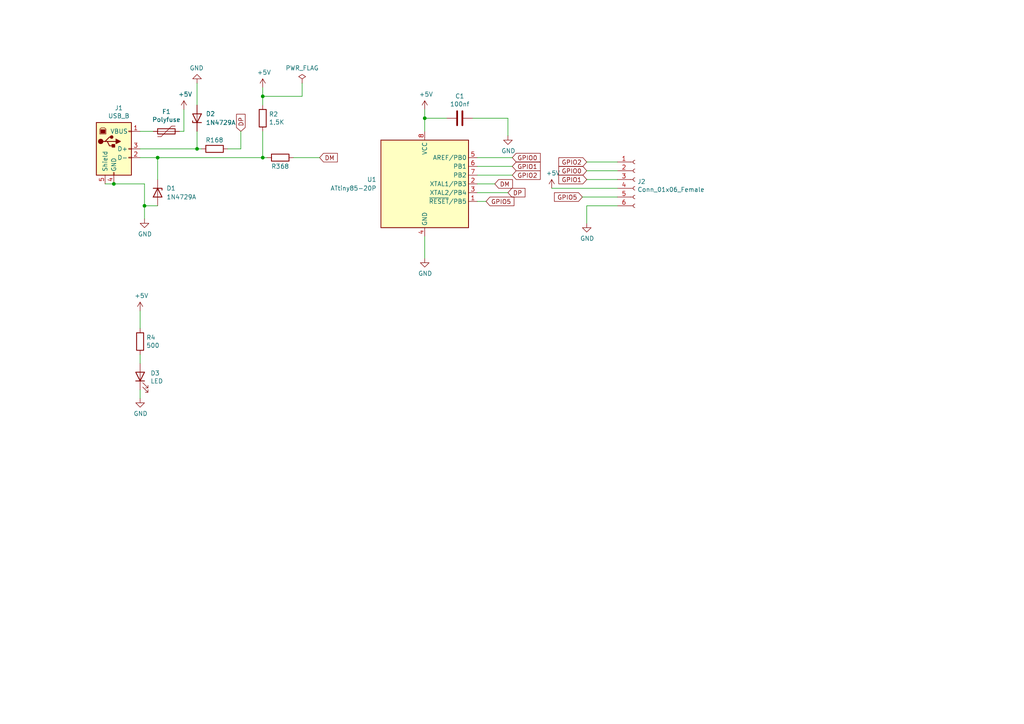
<source format=kicad_sch>
(kicad_sch (version 20211123) (generator eeschema)

  (uuid bdc7face-9f7c-4701-80bb-4cc144448db1)

  (paper "A4")

  (title_block
    (title "ZINO ATTINY ")
    (date "2022-08-27")
    (rev "1.1")
    (company "IACUBEE")
    (comment 1 "Designed by Pr Belkacem BENADDA")
    (comment 2 "Through Hole componnents")
    (comment 3 "Attiny85 Arduino compatible Board")
  )

  (lib_symbols
    (symbol "Connector:Conn_01x06_Female" (pin_names (offset 1.016) hide) (in_bom yes) (on_board yes)
      (property "Reference" "J" (id 0) (at 0 7.62 0)
        (effects (font (size 1.27 1.27)))
      )
      (property "Value" "Conn_01x06_Female" (id 1) (at 0 -10.16 0)
        (effects (font (size 1.27 1.27)))
      )
      (property "Footprint" "" (id 2) (at 0 0 0)
        (effects (font (size 1.27 1.27)) hide)
      )
      (property "Datasheet" "~" (id 3) (at 0 0 0)
        (effects (font (size 1.27 1.27)) hide)
      )
      (property "ki_keywords" "connector" (id 4) (at 0 0 0)
        (effects (font (size 1.27 1.27)) hide)
      )
      (property "ki_description" "Generic connector, single row, 01x06, script generated (kicad-library-utils/schlib/autogen/connector/)" (id 5) (at 0 0 0)
        (effects (font (size 1.27 1.27)) hide)
      )
      (property "ki_fp_filters" "Connector*:*_1x??_*" (id 6) (at 0 0 0)
        (effects (font (size 1.27 1.27)) hide)
      )
      (symbol "Conn_01x06_Female_1_1"
        (arc (start 0 -7.112) (mid -0.508 -7.62) (end 0 -8.128)
          (stroke (width 0.1524) (type default) (color 0 0 0 0))
          (fill (type none))
        )
        (arc (start 0 -4.572) (mid -0.508 -5.08) (end 0 -5.588)
          (stroke (width 0.1524) (type default) (color 0 0 0 0))
          (fill (type none))
        )
        (arc (start 0 -2.032) (mid -0.508 -2.54) (end 0 -3.048)
          (stroke (width 0.1524) (type default) (color 0 0 0 0))
          (fill (type none))
        )
        (polyline
          (pts
            (xy -1.27 -7.62)
            (xy -0.508 -7.62)
          )
          (stroke (width 0.1524) (type default) (color 0 0 0 0))
          (fill (type none))
        )
        (polyline
          (pts
            (xy -1.27 -5.08)
            (xy -0.508 -5.08)
          )
          (stroke (width 0.1524) (type default) (color 0 0 0 0))
          (fill (type none))
        )
        (polyline
          (pts
            (xy -1.27 -2.54)
            (xy -0.508 -2.54)
          )
          (stroke (width 0.1524) (type default) (color 0 0 0 0))
          (fill (type none))
        )
        (polyline
          (pts
            (xy -1.27 0)
            (xy -0.508 0)
          )
          (stroke (width 0.1524) (type default) (color 0 0 0 0))
          (fill (type none))
        )
        (polyline
          (pts
            (xy -1.27 2.54)
            (xy -0.508 2.54)
          )
          (stroke (width 0.1524) (type default) (color 0 0 0 0))
          (fill (type none))
        )
        (polyline
          (pts
            (xy -1.27 5.08)
            (xy -0.508 5.08)
          )
          (stroke (width 0.1524) (type default) (color 0 0 0 0))
          (fill (type none))
        )
        (arc (start 0 0.508) (mid -0.508 0) (end 0 -0.508)
          (stroke (width 0.1524) (type default) (color 0 0 0 0))
          (fill (type none))
        )
        (arc (start 0 3.048) (mid -0.508 2.54) (end 0 2.032)
          (stroke (width 0.1524) (type default) (color 0 0 0 0))
          (fill (type none))
        )
        (arc (start 0 5.588) (mid -0.508 5.08) (end 0 4.572)
          (stroke (width 0.1524) (type default) (color 0 0 0 0))
          (fill (type none))
        )
        (pin passive line (at -5.08 5.08 0) (length 3.81)
          (name "Pin_1" (effects (font (size 1.27 1.27))))
          (number "1" (effects (font (size 1.27 1.27))))
        )
        (pin passive line (at -5.08 2.54 0) (length 3.81)
          (name "Pin_2" (effects (font (size 1.27 1.27))))
          (number "2" (effects (font (size 1.27 1.27))))
        )
        (pin passive line (at -5.08 0 0) (length 3.81)
          (name "Pin_3" (effects (font (size 1.27 1.27))))
          (number "3" (effects (font (size 1.27 1.27))))
        )
        (pin passive line (at -5.08 -2.54 0) (length 3.81)
          (name "Pin_4" (effects (font (size 1.27 1.27))))
          (number "4" (effects (font (size 1.27 1.27))))
        )
        (pin passive line (at -5.08 -5.08 0) (length 3.81)
          (name "Pin_5" (effects (font (size 1.27 1.27))))
          (number "5" (effects (font (size 1.27 1.27))))
        )
        (pin passive line (at -5.08 -7.62 0) (length 3.81)
          (name "Pin_6" (effects (font (size 1.27 1.27))))
          (number "6" (effects (font (size 1.27 1.27))))
        )
      )
    )
    (symbol "Connector:USB_B" (pin_names (offset 1.016)) (in_bom yes) (on_board yes)
      (property "Reference" "J" (id 0) (at -5.08 11.43 0)
        (effects (font (size 1.27 1.27)) (justify left))
      )
      (property "Value" "USB_B" (id 1) (at -5.08 8.89 0)
        (effects (font (size 1.27 1.27)) (justify left))
      )
      (property "Footprint" "" (id 2) (at 3.81 -1.27 0)
        (effects (font (size 1.27 1.27)) hide)
      )
      (property "Datasheet" " ~" (id 3) (at 3.81 -1.27 0)
        (effects (font (size 1.27 1.27)) hide)
      )
      (property "ki_keywords" "connector USB" (id 4) (at 0 0 0)
        (effects (font (size 1.27 1.27)) hide)
      )
      (property "ki_description" "USB Type B connector" (id 5) (at 0 0 0)
        (effects (font (size 1.27 1.27)) hide)
      )
      (property "ki_fp_filters" "USB*" (id 6) (at 0 0 0)
        (effects (font (size 1.27 1.27)) hide)
      )
      (symbol "USB_B_0_1"
        (rectangle (start -5.08 -7.62) (end 5.08 7.62)
          (stroke (width 0.254) (type default) (color 0 0 0 0))
          (fill (type background))
        )
        (circle (center -3.81 2.159) (radius 0.635)
          (stroke (width 0.254) (type default) (color 0 0 0 0))
          (fill (type outline))
        )
        (rectangle (start -3.81 5.588) (end -2.54 4.572)
          (stroke (width 0) (type default) (color 0 0 0 0))
          (fill (type outline))
        )
        (circle (center -0.635 3.429) (radius 0.381)
          (stroke (width 0.254) (type default) (color 0 0 0 0))
          (fill (type outline))
        )
        (rectangle (start -0.127 -7.62) (end 0.127 -6.858)
          (stroke (width 0) (type default) (color 0 0 0 0))
          (fill (type none))
        )
        (polyline
          (pts
            (xy -1.905 2.159)
            (xy 0.635 2.159)
          )
          (stroke (width 0.254) (type default) (color 0 0 0 0))
          (fill (type none))
        )
        (polyline
          (pts
            (xy -3.175 2.159)
            (xy -2.54 2.159)
            (xy -1.27 3.429)
            (xy -0.635 3.429)
          )
          (stroke (width 0.254) (type default) (color 0 0 0 0))
          (fill (type none))
        )
        (polyline
          (pts
            (xy -2.54 2.159)
            (xy -1.905 2.159)
            (xy -1.27 0.889)
            (xy 0 0.889)
          )
          (stroke (width 0.254) (type default) (color 0 0 0 0))
          (fill (type none))
        )
        (polyline
          (pts
            (xy 0.635 2.794)
            (xy 0.635 1.524)
            (xy 1.905 2.159)
            (xy 0.635 2.794)
          )
          (stroke (width 0.254) (type default) (color 0 0 0 0))
          (fill (type outline))
        )
        (polyline
          (pts
            (xy -4.064 4.318)
            (xy -2.286 4.318)
            (xy -2.286 5.715)
            (xy -2.667 6.096)
            (xy -3.683 6.096)
            (xy -4.064 5.715)
            (xy -4.064 4.318)
          )
          (stroke (width 0) (type default) (color 0 0 0 0))
          (fill (type none))
        )
        (rectangle (start 0.254 1.27) (end -0.508 0.508)
          (stroke (width 0.254) (type default) (color 0 0 0 0))
          (fill (type outline))
        )
        (rectangle (start 5.08 -2.667) (end 4.318 -2.413)
          (stroke (width 0) (type default) (color 0 0 0 0))
          (fill (type none))
        )
        (rectangle (start 5.08 -0.127) (end 4.318 0.127)
          (stroke (width 0) (type default) (color 0 0 0 0))
          (fill (type none))
        )
        (rectangle (start 5.08 4.953) (end 4.318 5.207)
          (stroke (width 0) (type default) (color 0 0 0 0))
          (fill (type none))
        )
      )
      (symbol "USB_B_1_1"
        (pin power_out line (at 7.62 5.08 180) (length 2.54)
          (name "VBUS" (effects (font (size 1.27 1.27))))
          (number "1" (effects (font (size 1.27 1.27))))
        )
        (pin bidirectional line (at 7.62 -2.54 180) (length 2.54)
          (name "D-" (effects (font (size 1.27 1.27))))
          (number "2" (effects (font (size 1.27 1.27))))
        )
        (pin bidirectional line (at 7.62 0 180) (length 2.54)
          (name "D+" (effects (font (size 1.27 1.27))))
          (number "3" (effects (font (size 1.27 1.27))))
        )
        (pin power_out line (at 0 -10.16 90) (length 2.54)
          (name "GND" (effects (font (size 1.27 1.27))))
          (number "4" (effects (font (size 1.27 1.27))))
        )
        (pin passive line (at -2.54 -10.16 90) (length 2.54)
          (name "Shield" (effects (font (size 1.27 1.27))))
          (number "5" (effects (font (size 1.27 1.27))))
        )
      )
    )
    (symbol "Device:C" (pin_numbers hide) (pin_names (offset 0.254)) (in_bom yes) (on_board yes)
      (property "Reference" "C" (id 0) (at 0.635 2.54 0)
        (effects (font (size 1.27 1.27)) (justify left))
      )
      (property "Value" "C" (id 1) (at 0.635 -2.54 0)
        (effects (font (size 1.27 1.27)) (justify left))
      )
      (property "Footprint" "" (id 2) (at 0.9652 -3.81 0)
        (effects (font (size 1.27 1.27)) hide)
      )
      (property "Datasheet" "~" (id 3) (at 0 0 0)
        (effects (font (size 1.27 1.27)) hide)
      )
      (property "ki_keywords" "cap capacitor" (id 4) (at 0 0 0)
        (effects (font (size 1.27 1.27)) hide)
      )
      (property "ki_description" "Unpolarized capacitor" (id 5) (at 0 0 0)
        (effects (font (size 1.27 1.27)) hide)
      )
      (property "ki_fp_filters" "C_*" (id 6) (at 0 0 0)
        (effects (font (size 1.27 1.27)) hide)
      )
      (symbol "C_0_1"
        (polyline
          (pts
            (xy -2.032 -0.762)
            (xy 2.032 -0.762)
          )
          (stroke (width 0.508) (type default) (color 0 0 0 0))
          (fill (type none))
        )
        (polyline
          (pts
            (xy -2.032 0.762)
            (xy 2.032 0.762)
          )
          (stroke (width 0.508) (type default) (color 0 0 0 0))
          (fill (type none))
        )
      )
      (symbol "C_1_1"
        (pin passive line (at 0 3.81 270) (length 2.794)
          (name "~" (effects (font (size 1.27 1.27))))
          (number "1" (effects (font (size 1.27 1.27))))
        )
        (pin passive line (at 0 -3.81 90) (length 2.794)
          (name "~" (effects (font (size 1.27 1.27))))
          (number "2" (effects (font (size 1.27 1.27))))
        )
      )
    )
    (symbol "Device:LED" (pin_numbers hide) (pin_names (offset 1.016) hide) (in_bom yes) (on_board yes)
      (property "Reference" "D" (id 0) (at 0 2.54 0)
        (effects (font (size 1.27 1.27)))
      )
      (property "Value" "LED" (id 1) (at 0 -2.54 0)
        (effects (font (size 1.27 1.27)))
      )
      (property "Footprint" "" (id 2) (at 0 0 0)
        (effects (font (size 1.27 1.27)) hide)
      )
      (property "Datasheet" "~" (id 3) (at 0 0 0)
        (effects (font (size 1.27 1.27)) hide)
      )
      (property "ki_keywords" "LED diode" (id 4) (at 0 0 0)
        (effects (font (size 1.27 1.27)) hide)
      )
      (property "ki_description" "Light emitting diode" (id 5) (at 0 0 0)
        (effects (font (size 1.27 1.27)) hide)
      )
      (property "ki_fp_filters" "LED* LED_SMD:* LED_THT:*" (id 6) (at 0 0 0)
        (effects (font (size 1.27 1.27)) hide)
      )
      (symbol "LED_0_1"
        (polyline
          (pts
            (xy -1.27 -1.27)
            (xy -1.27 1.27)
          )
          (stroke (width 0.254) (type default) (color 0 0 0 0))
          (fill (type none))
        )
        (polyline
          (pts
            (xy -1.27 0)
            (xy 1.27 0)
          )
          (stroke (width 0) (type default) (color 0 0 0 0))
          (fill (type none))
        )
        (polyline
          (pts
            (xy 1.27 -1.27)
            (xy 1.27 1.27)
            (xy -1.27 0)
            (xy 1.27 -1.27)
          )
          (stroke (width 0.254) (type default) (color 0 0 0 0))
          (fill (type none))
        )
        (polyline
          (pts
            (xy -3.048 -0.762)
            (xy -4.572 -2.286)
            (xy -3.81 -2.286)
            (xy -4.572 -2.286)
            (xy -4.572 -1.524)
          )
          (stroke (width 0) (type default) (color 0 0 0 0))
          (fill (type none))
        )
        (polyline
          (pts
            (xy -1.778 -0.762)
            (xy -3.302 -2.286)
            (xy -2.54 -2.286)
            (xy -3.302 -2.286)
            (xy -3.302 -1.524)
          )
          (stroke (width 0) (type default) (color 0 0 0 0))
          (fill (type none))
        )
      )
      (symbol "LED_1_1"
        (pin passive line (at -3.81 0 0) (length 2.54)
          (name "K" (effects (font (size 1.27 1.27))))
          (number "1" (effects (font (size 1.27 1.27))))
        )
        (pin passive line (at 3.81 0 180) (length 2.54)
          (name "A" (effects (font (size 1.27 1.27))))
          (number "2" (effects (font (size 1.27 1.27))))
        )
      )
    )
    (symbol "Device:Polyfuse" (pin_numbers hide) (pin_names (offset 0)) (in_bom yes) (on_board yes)
      (property "Reference" "F" (id 0) (at -2.54 0 90)
        (effects (font (size 1.27 1.27)))
      )
      (property "Value" "Polyfuse" (id 1) (at 2.54 0 90)
        (effects (font (size 1.27 1.27)))
      )
      (property "Footprint" "" (id 2) (at 1.27 -5.08 0)
        (effects (font (size 1.27 1.27)) (justify left) hide)
      )
      (property "Datasheet" "~" (id 3) (at 0 0 0)
        (effects (font (size 1.27 1.27)) hide)
      )
      (property "ki_keywords" "resettable fuse PTC PPTC polyfuse polyswitch" (id 4) (at 0 0 0)
        (effects (font (size 1.27 1.27)) hide)
      )
      (property "ki_description" "Resettable fuse, polymeric positive temperature coefficient" (id 5) (at 0 0 0)
        (effects (font (size 1.27 1.27)) hide)
      )
      (property "ki_fp_filters" "*polyfuse* *PTC*" (id 6) (at 0 0 0)
        (effects (font (size 1.27 1.27)) hide)
      )
      (symbol "Polyfuse_0_1"
        (rectangle (start -0.762 2.54) (end 0.762 -2.54)
          (stroke (width 0.254) (type default) (color 0 0 0 0))
          (fill (type none))
        )
        (polyline
          (pts
            (xy 0 2.54)
            (xy 0 -2.54)
          )
          (stroke (width 0) (type default) (color 0 0 0 0))
          (fill (type none))
        )
        (polyline
          (pts
            (xy -1.524 2.54)
            (xy -1.524 1.524)
            (xy 1.524 -1.524)
            (xy 1.524 -2.54)
          )
          (stroke (width 0) (type default) (color 0 0 0 0))
          (fill (type none))
        )
      )
      (symbol "Polyfuse_1_1"
        (pin passive line (at 0 3.81 270) (length 1.27)
          (name "~" (effects (font (size 1.27 1.27))))
          (number "1" (effects (font (size 1.27 1.27))))
        )
        (pin passive line (at 0 -3.81 90) (length 1.27)
          (name "~" (effects (font (size 1.27 1.27))))
          (number "2" (effects (font (size 1.27 1.27))))
        )
      )
    )
    (symbol "Device:R" (pin_numbers hide) (pin_names (offset 0)) (in_bom yes) (on_board yes)
      (property "Reference" "R" (id 0) (at 2.032 0 90)
        (effects (font (size 1.27 1.27)))
      )
      (property "Value" "R" (id 1) (at 0 0 90)
        (effects (font (size 1.27 1.27)))
      )
      (property "Footprint" "" (id 2) (at -1.778 0 90)
        (effects (font (size 1.27 1.27)) hide)
      )
      (property "Datasheet" "~" (id 3) (at 0 0 0)
        (effects (font (size 1.27 1.27)) hide)
      )
      (property "ki_keywords" "R res resistor" (id 4) (at 0 0 0)
        (effects (font (size 1.27 1.27)) hide)
      )
      (property "ki_description" "Resistor" (id 5) (at 0 0 0)
        (effects (font (size 1.27 1.27)) hide)
      )
      (property "ki_fp_filters" "R_*" (id 6) (at 0 0 0)
        (effects (font (size 1.27 1.27)) hide)
      )
      (symbol "R_0_1"
        (rectangle (start -1.016 -2.54) (end 1.016 2.54)
          (stroke (width 0.254) (type default) (color 0 0 0 0))
          (fill (type none))
        )
      )
      (symbol "R_1_1"
        (pin passive line (at 0 3.81 270) (length 1.27)
          (name "~" (effects (font (size 1.27 1.27))))
          (number "1" (effects (font (size 1.27 1.27))))
        )
        (pin passive line (at 0 -3.81 90) (length 1.27)
          (name "~" (effects (font (size 1.27 1.27))))
          (number "2" (effects (font (size 1.27 1.27))))
        )
      )
    )
    (symbol "Diode:1N47xxA" (pin_numbers hide) (pin_names (offset 1.016) hide) (in_bom yes) (on_board yes)
      (property "Reference" "D" (id 0) (at 0 2.54 0)
        (effects (font (size 1.27 1.27)))
      )
      (property "Value" "1N47xxA" (id 1) (at 0 -2.54 0)
        (effects (font (size 1.27 1.27)))
      )
      (property "Footprint" "Diode_THT:D_DO-41_SOD81_P10.16mm_Horizontal" (id 2) (at 0 -4.445 0)
        (effects (font (size 1.27 1.27)) hide)
      )
      (property "Datasheet" "https://www.vishay.com/docs/85816/1n4728a.pdf" (id 3) (at 0 0 0)
        (effects (font (size 1.27 1.27)) hide)
      )
      (property "ki_keywords" "zener diode" (id 4) (at 0 0 0)
        (effects (font (size 1.27 1.27)) hide)
      )
      (property "ki_description" "1300mW Silicon planar power Zener diodes, DO-41" (id 5) (at 0 0 0)
        (effects (font (size 1.27 1.27)) hide)
      )
      (property "ki_fp_filters" "D*DO?41*" (id 6) (at 0 0 0)
        (effects (font (size 1.27 1.27)) hide)
      )
      (symbol "1N47xxA_0_1"
        (polyline
          (pts
            (xy 1.27 0)
            (xy -1.27 0)
          )
          (stroke (width 0) (type default) (color 0 0 0 0))
          (fill (type none))
        )
        (polyline
          (pts
            (xy -1.27 -1.27)
            (xy -1.27 1.27)
            (xy -0.762 1.27)
          )
          (stroke (width 0.254) (type default) (color 0 0 0 0))
          (fill (type none))
        )
        (polyline
          (pts
            (xy 1.27 -1.27)
            (xy 1.27 1.27)
            (xy -1.27 0)
            (xy 1.27 -1.27)
          )
          (stroke (width 0.254) (type default) (color 0 0 0 0))
          (fill (type none))
        )
      )
      (symbol "1N47xxA_1_1"
        (pin passive line (at -3.81 0 0) (length 2.54)
          (name "K" (effects (font (size 1.27 1.27))))
          (number "1" (effects (font (size 1.27 1.27))))
        )
        (pin passive line (at 3.81 0 180) (length 2.54)
          (name "A" (effects (font (size 1.27 1.27))))
          (number "2" (effects (font (size 1.27 1.27))))
        )
      )
    )
    (symbol "MCU_Microchip_ATtiny:ATtiny85-20P" (in_bom yes) (on_board yes)
      (property "Reference" "U" (id 0) (at -12.7 13.97 0)
        (effects (font (size 1.27 1.27)) (justify left bottom))
      )
      (property "Value" "ATtiny85-20P" (id 1) (at 2.54 -13.97 0)
        (effects (font (size 1.27 1.27)) (justify left top))
      )
      (property "Footprint" "Package_DIP:DIP-8_W7.62mm" (id 2) (at 0 0 0)
        (effects (font (size 1.27 1.27) italic) hide)
      )
      (property "Datasheet" "http://ww1.microchip.com/downloads/en/DeviceDoc/atmel-2586-avr-8-bit-microcontroller-attiny25-attiny45-attiny85_datasheet.pdf" (id 3) (at 0 0 0)
        (effects (font (size 1.27 1.27)) hide)
      )
      (property "ki_keywords" "AVR 8bit Microcontroller tinyAVR" (id 4) (at 0 0 0)
        (effects (font (size 1.27 1.27)) hide)
      )
      (property "ki_description" "20MHz, 8kB Flash, 512B SRAM, 512B EEPROM, debugWIRE, DIP-8" (id 5) (at 0 0 0)
        (effects (font (size 1.27 1.27)) hide)
      )
      (property "ki_fp_filters" "DIP*W7.62mm*" (id 6) (at 0 0 0)
        (effects (font (size 1.27 1.27)) hide)
      )
      (symbol "ATtiny85-20P_0_1"
        (rectangle (start -12.7 -12.7) (end 12.7 12.7)
          (stroke (width 0.254) (type default) (color 0 0 0 0))
          (fill (type background))
        )
      )
      (symbol "ATtiny85-20P_1_1"
        (pin bidirectional line (at 15.24 -5.08 180) (length 2.54)
          (name "~{RESET}/PB5" (effects (font (size 1.27 1.27))))
          (number "1" (effects (font (size 1.27 1.27))))
        )
        (pin bidirectional line (at 15.24 0 180) (length 2.54)
          (name "XTAL1/PB3" (effects (font (size 1.27 1.27))))
          (number "2" (effects (font (size 1.27 1.27))))
        )
        (pin bidirectional line (at 15.24 -2.54 180) (length 2.54)
          (name "XTAL2/PB4" (effects (font (size 1.27 1.27))))
          (number "3" (effects (font (size 1.27 1.27))))
        )
        (pin power_in line (at 0 -15.24 90) (length 2.54)
          (name "GND" (effects (font (size 1.27 1.27))))
          (number "4" (effects (font (size 1.27 1.27))))
        )
        (pin bidirectional line (at 15.24 7.62 180) (length 2.54)
          (name "AREF/PB0" (effects (font (size 1.27 1.27))))
          (number "5" (effects (font (size 1.27 1.27))))
        )
        (pin bidirectional line (at 15.24 5.08 180) (length 2.54)
          (name "PB1" (effects (font (size 1.27 1.27))))
          (number "6" (effects (font (size 1.27 1.27))))
        )
        (pin bidirectional line (at 15.24 2.54 180) (length 2.54)
          (name "PB2" (effects (font (size 1.27 1.27))))
          (number "7" (effects (font (size 1.27 1.27))))
        )
        (pin power_in line (at 0 15.24 270) (length 2.54)
          (name "VCC" (effects (font (size 1.27 1.27))))
          (number "8" (effects (font (size 1.27 1.27))))
        )
      )
    )
    (symbol "power:+5V" (power) (pin_names (offset 0)) (in_bom yes) (on_board yes)
      (property "Reference" "#PWR" (id 0) (at 0 -3.81 0)
        (effects (font (size 1.27 1.27)) hide)
      )
      (property "Value" "+5V" (id 1) (at 0 3.556 0)
        (effects (font (size 1.27 1.27)))
      )
      (property "Footprint" "" (id 2) (at 0 0 0)
        (effects (font (size 1.27 1.27)) hide)
      )
      (property "Datasheet" "" (id 3) (at 0 0 0)
        (effects (font (size 1.27 1.27)) hide)
      )
      (property "ki_keywords" "power-flag" (id 4) (at 0 0 0)
        (effects (font (size 1.27 1.27)) hide)
      )
      (property "ki_description" "Power symbol creates a global label with name \"+5V\"" (id 5) (at 0 0 0)
        (effects (font (size 1.27 1.27)) hide)
      )
      (symbol "+5V_0_1"
        (polyline
          (pts
            (xy -0.762 1.27)
            (xy 0 2.54)
          )
          (stroke (width 0) (type default) (color 0 0 0 0))
          (fill (type none))
        )
        (polyline
          (pts
            (xy 0 0)
            (xy 0 2.54)
          )
          (stroke (width 0) (type default) (color 0 0 0 0))
          (fill (type none))
        )
        (polyline
          (pts
            (xy 0 2.54)
            (xy 0.762 1.27)
          )
          (stroke (width 0) (type default) (color 0 0 0 0))
          (fill (type none))
        )
      )
      (symbol "+5V_1_1"
        (pin power_in line (at 0 0 90) (length 0) hide
          (name "+5V" (effects (font (size 1.27 1.27))))
          (number "1" (effects (font (size 1.27 1.27))))
        )
      )
    )
    (symbol "power:GND" (power) (pin_names (offset 0)) (in_bom yes) (on_board yes)
      (property "Reference" "#PWR" (id 0) (at 0 -6.35 0)
        (effects (font (size 1.27 1.27)) hide)
      )
      (property "Value" "GND" (id 1) (at 0 -3.81 0)
        (effects (font (size 1.27 1.27)))
      )
      (property "Footprint" "" (id 2) (at 0 0 0)
        (effects (font (size 1.27 1.27)) hide)
      )
      (property "Datasheet" "" (id 3) (at 0 0 0)
        (effects (font (size 1.27 1.27)) hide)
      )
      (property "ki_keywords" "power-flag" (id 4) (at 0 0 0)
        (effects (font (size 1.27 1.27)) hide)
      )
      (property "ki_description" "Power symbol creates a global label with name \"GND\" , ground" (id 5) (at 0 0 0)
        (effects (font (size 1.27 1.27)) hide)
      )
      (symbol "GND_0_1"
        (polyline
          (pts
            (xy 0 0)
            (xy 0 -1.27)
            (xy 1.27 -1.27)
            (xy 0 -2.54)
            (xy -1.27 -1.27)
            (xy 0 -1.27)
          )
          (stroke (width 0) (type default) (color 0 0 0 0))
          (fill (type none))
        )
      )
      (symbol "GND_1_1"
        (pin power_in line (at 0 0 270) (length 0) hide
          (name "GND" (effects (font (size 1.27 1.27))))
          (number "1" (effects (font (size 1.27 1.27))))
        )
      )
    )
    (symbol "power:PWR_FLAG" (power) (pin_numbers hide) (pin_names (offset 0) hide) (in_bom yes) (on_board yes)
      (property "Reference" "#FLG" (id 0) (at 0 1.905 0)
        (effects (font (size 1.27 1.27)) hide)
      )
      (property "Value" "PWR_FLAG" (id 1) (at 0 3.81 0)
        (effects (font (size 1.27 1.27)))
      )
      (property "Footprint" "" (id 2) (at 0 0 0)
        (effects (font (size 1.27 1.27)) hide)
      )
      (property "Datasheet" "~" (id 3) (at 0 0 0)
        (effects (font (size 1.27 1.27)) hide)
      )
      (property "ki_keywords" "power-flag" (id 4) (at 0 0 0)
        (effects (font (size 1.27 1.27)) hide)
      )
      (property "ki_description" "Special symbol for telling ERC where power comes from" (id 5) (at 0 0 0)
        (effects (font (size 1.27 1.27)) hide)
      )
      (symbol "PWR_FLAG_0_0"
        (pin power_out line (at 0 0 90) (length 0)
          (name "pwr" (effects (font (size 1.27 1.27))))
          (number "1" (effects (font (size 1.27 1.27))))
        )
      )
      (symbol "PWR_FLAG_0_1"
        (polyline
          (pts
            (xy 0 0)
            (xy 0 1.27)
            (xy -1.016 1.905)
            (xy 0 2.54)
            (xy 1.016 1.905)
            (xy 0 1.27)
          )
          (stroke (width 0) (type default) (color 0 0 0 0))
          (fill (type none))
        )
      )
    )
  )

  (junction (at 76.2 45.72) (diameter 0) (color 0 0 0 0)
    (uuid 16a9ae8c-3ad2-439b-8efe-377c994670c7)
  )
  (junction (at 33.02 53.34) (diameter 0) (color 0 0 0 0)
    (uuid 2d697cf0-e02e-4ed1-a048-a704dab0ee43)
  )
  (junction (at 123.19 34.29) (diameter 0) (color 0 0 0 0)
    (uuid 40165eda-4ba6-4565-9bb4-b9df6dbb08da)
  )
  (junction (at 57.15 43.18) (diameter 0) (color 0 0 0 0)
    (uuid 4a21e717-d46d-4d9e-8b98-af4ecb02d3ec)
  )
  (junction (at 76.2 27.94) (diameter 0) (color 0 0 0 0)
    (uuid 81a15393-727e-448b-a777-b18773023d89)
  )
  (junction (at 45.72 45.72) (diameter 0) (color 0 0 0 0)
    (uuid b96fe6ac-3535-4455-ab88-ed77f5e46d6e)
  )
  (junction (at 41.91 59.69) (diameter 0) (color 0 0 0 0)
    (uuid df32840e-2912-4088-b54c-9a85f64c0265)
  )

  (wire (pts (xy 147.32 55.88) (xy 138.43 55.88))
    (stroke (width 0) (type default) (color 0 0 0 0))
    (uuid 01e9b6e7-adf9-4ee7-9447-a588630ee4a2)
  )
  (wire (pts (xy 40.64 90.17) (xy 40.64 95.25))
    (stroke (width 0) (type default) (color 0 0 0 0))
    (uuid 0325ec43-0390-4ae2-b055-b1ec6ce17b1c)
  )
  (wire (pts (xy 57.15 38.1) (xy 57.15 43.18))
    (stroke (width 0) (type default) (color 0 0 0 0))
    (uuid 0755aee5-bc01-4cb5-b830-583289df50a3)
  )
  (wire (pts (xy 170.18 46.99) (xy 179.07 46.99))
    (stroke (width 0) (type default) (color 0 0 0 0))
    (uuid 101ef598-601d-400e-9ef6-d655fbb1dbfa)
  )
  (wire (pts (xy 123.19 34.29) (xy 123.19 38.1))
    (stroke (width 0) (type default) (color 0 0 0 0))
    (uuid 12422a89-3d0c-485c-9386-f77121fd68fd)
  )
  (wire (pts (xy 69.85 43.18) (xy 66.04 43.18))
    (stroke (width 0) (type default) (color 0 0 0 0))
    (uuid 16bd6381-8ac0-4bf2-9dce-ecc20c724b8d)
  )
  (wire (pts (xy 147.32 34.29) (xy 137.16 34.29))
    (stroke (width 0) (type default) (color 0 0 0 0))
    (uuid 1a6d2848-e78e-49fe-8978-e1890f07836f)
  )
  (wire (pts (xy 30.48 53.34) (xy 33.02 53.34))
    (stroke (width 0) (type default) (color 0 0 0 0))
    (uuid 20cca02e-4c4d-4961-b6b4-b40a1731b220)
  )
  (wire (pts (xy 33.02 53.34) (xy 41.91 53.34))
    (stroke (width 0) (type default) (color 0 0 0 0))
    (uuid 240c10af-51b5-420e-a6f4-a2c8f5db1db5)
  )
  (wire (pts (xy 160.02 54.61) (xy 179.07 54.61))
    (stroke (width 0) (type default) (color 0 0 0 0))
    (uuid 2846428d-39de-4eae-8ce2-64955d56c493)
  )
  (wire (pts (xy 53.34 38.1) (xy 53.34 31.75))
    (stroke (width 0) (type default) (color 0 0 0 0))
    (uuid 4780a290-d25c-4459-9579-eba3f7678762)
  )
  (wire (pts (xy 57.15 24.13) (xy 57.15 30.48))
    (stroke (width 0) (type default) (color 0 0 0 0))
    (uuid 4fb21471-41be-4be8-9687-66030f97befc)
  )
  (wire (pts (xy 40.64 38.1) (xy 44.45 38.1))
    (stroke (width 0) (type default) (color 0 0 0 0))
    (uuid 503dbd88-3e6b-48cc-a2ea-a6e28b52a1f7)
  )
  (wire (pts (xy 40.64 115.57) (xy 40.64 113.03))
    (stroke (width 0) (type default) (color 0 0 0 0))
    (uuid 576c6616-e95d-4f1e-8ead-dea30fcdc8c2)
  )
  (wire (pts (xy 40.64 43.18) (xy 57.15 43.18))
    (stroke (width 0) (type default) (color 0 0 0 0))
    (uuid 592f25e6-a01b-47fd-8172-3da01117d00a)
  )
  (wire (pts (xy 87.63 24.13) (xy 87.63 27.94))
    (stroke (width 0) (type default) (color 0 0 0 0))
    (uuid 5edcefbe-9766-42c8-9529-28d0ec865573)
  )
  (wire (pts (xy 148.59 45.72) (xy 138.43 45.72))
    (stroke (width 0) (type default) (color 0 0 0 0))
    (uuid 65134029-dbd2-409a-85a8-13c2a33ff019)
  )
  (wire (pts (xy 170.18 52.07) (xy 179.07 52.07))
    (stroke (width 0) (type default) (color 0 0 0 0))
    (uuid 6781326c-6e0d-4753-8f28-0f5c687e01f9)
  )
  (wire (pts (xy 45.72 52.07) (xy 45.72 45.72))
    (stroke (width 0) (type default) (color 0 0 0 0))
    (uuid 68877d35-b796-44db-9124-b8e744e7412e)
  )
  (wire (pts (xy 170.18 64.77) (xy 170.18 59.69))
    (stroke (width 0) (type default) (color 0 0 0 0))
    (uuid 697fe063-3f61-4af8-9e92-d4f79be169d4)
  )
  (wire (pts (xy 168.91 57.15) (xy 179.07 57.15))
    (stroke (width 0) (type default) (color 0 0 0 0))
    (uuid 73d427d5-9182-4b65-a364-5c457d6762a9)
  )
  (wire (pts (xy 76.2 38.1) (xy 76.2 45.72))
    (stroke (width 0) (type default) (color 0 0 0 0))
    (uuid 770ad51a-7219-4633-b24a-bd20feb0a6c5)
  )
  (wire (pts (xy 40.64 105.41) (xy 40.64 102.87))
    (stroke (width 0) (type default) (color 0 0 0 0))
    (uuid 7b044939-8c4d-444f-b9e0-a15fcdeb5a86)
  )
  (wire (pts (xy 129.54 34.29) (xy 123.19 34.29))
    (stroke (width 0) (type default) (color 0 0 0 0))
    (uuid 7d34f6b1-ab31-49be-b011-c67fe67a8a56)
  )
  (wire (pts (xy 52.07 38.1) (xy 53.34 38.1))
    (stroke (width 0) (type default) (color 0 0 0 0))
    (uuid 7e023245-2c2b-4e2b-bfb9-5d35176e88f2)
  )
  (wire (pts (xy 148.59 48.26) (xy 138.43 48.26))
    (stroke (width 0) (type default) (color 0 0 0 0))
    (uuid 7f2301df-e4bc-479e-a681-cc59c9a2dbbb)
  )
  (wire (pts (xy 140.97 58.42) (xy 138.43 58.42))
    (stroke (width 0) (type default) (color 0 0 0 0))
    (uuid 7f52d787-caa3-4a92-b1b2-19d554dc29a4)
  )
  (wire (pts (xy 45.72 59.69) (xy 41.91 59.69))
    (stroke (width 0) (type default) (color 0 0 0 0))
    (uuid 8412992d-8754-44de-9e08-115cec1a3eff)
  )
  (wire (pts (xy 69.85 38.1) (xy 69.85 43.18))
    (stroke (width 0) (type default) (color 0 0 0 0))
    (uuid 85b7594c-358f-454b-b2ad-dd0b1d67ed76)
  )
  (wire (pts (xy 123.19 31.75) (xy 123.19 34.29))
    (stroke (width 0) (type default) (color 0 0 0 0))
    (uuid 8e06ba1f-e3ba-4eb9-a10e-887dffd566d6)
  )
  (wire (pts (xy 123.19 74.93) (xy 123.19 68.58))
    (stroke (width 0) (type default) (color 0 0 0 0))
    (uuid 911bdcbe-493f-4e21-a506-7cbc636e2c17)
  )
  (wire (pts (xy 45.72 45.72) (xy 76.2 45.72))
    (stroke (width 0) (type default) (color 0 0 0 0))
    (uuid 9f8381e9-3077-4453-a480-a01ad9c1a940)
  )
  (wire (pts (xy 41.91 53.34) (xy 41.91 59.69))
    (stroke (width 0) (type default) (color 0 0 0 0))
    (uuid a15a7506-eae4-4933-84da-9ad754258706)
  )
  (wire (pts (xy 143.51 53.34) (xy 138.43 53.34))
    (stroke (width 0) (type default) (color 0 0 0 0))
    (uuid a17904b9-135e-4dae-ae20-401c7787de72)
  )
  (wire (pts (xy 76.2 27.94) (xy 76.2 30.48))
    (stroke (width 0) (type default) (color 0 0 0 0))
    (uuid a4f86a46-3bc8-4daa-9125-a63f297eb114)
  )
  (wire (pts (xy 147.32 39.37) (xy 147.32 34.29))
    (stroke (width 0) (type default) (color 0 0 0 0))
    (uuid a544eb0a-75db-4baf-bf54-9ca21744343b)
  )
  (wire (pts (xy 148.59 50.8) (xy 138.43 50.8))
    (stroke (width 0) (type default) (color 0 0 0 0))
    (uuid a8447faf-e0a0-4c4a-ae53-4d4b28669151)
  )
  (wire (pts (xy 76.2 25.4) (xy 76.2 27.94))
    (stroke (width 0) (type default) (color 0 0 0 0))
    (uuid b7199d9b-bebb-4100-9ad3-c2bd31e21d65)
  )
  (wire (pts (xy 41.91 59.69) (xy 41.91 63.5))
    (stroke (width 0) (type default) (color 0 0 0 0))
    (uuid c332fa55-4168-4f55-88a5-f82c7c21040b)
  )
  (wire (pts (xy 170.18 59.69) (xy 179.07 59.69))
    (stroke (width 0) (type default) (color 0 0 0 0))
    (uuid c701ee8e-1214-4781-a973-17bef7b6e3eb)
  )
  (wire (pts (xy 170.18 49.53) (xy 179.07 49.53))
    (stroke (width 0) (type default) (color 0 0 0 0))
    (uuid c8029a4c-945d-42ca-871a-dd73ff50a1a3)
  )
  (wire (pts (xy 40.64 45.72) (xy 45.72 45.72))
    (stroke (width 0) (type default) (color 0 0 0 0))
    (uuid cb614b23-9af3-4aec-bed8-c1374e001510)
  )
  (wire (pts (xy 76.2 45.72) (xy 77.47 45.72))
    (stroke (width 0) (type default) (color 0 0 0 0))
    (uuid db36f6e3-e72a-487f-bda9-88cc84536f62)
  )
  (wire (pts (xy 57.15 43.18) (xy 58.42 43.18))
    (stroke (width 0) (type default) (color 0 0 0 0))
    (uuid ec31c074-17b2-48e1-ab01-071acad3fa04)
  )
  (wire (pts (xy 87.63 27.94) (xy 76.2 27.94))
    (stroke (width 0) (type default) (color 0 0 0 0))
    (uuid ec5c2062-3a41-4636-8803-069e60a1641a)
  )
  (wire (pts (xy 92.71 45.72) (xy 85.09 45.72))
    (stroke (width 0) (type default) (color 0 0 0 0))
    (uuid f202141e-c20d-4cac-b016-06a44f2ecce8)
  )

  (global_label "GPIO5" (shape input) (at 140.97 58.42 0) (fields_autoplaced)
    (effects (font (size 1.27 1.27)) (justify left))
    (uuid 099096e4-8c2a-4d84-a16f-06b4b6330e7a)
    (property "Intersheet References" "${INTERSHEET_REFS}" (id 0) (at 0 0 0)
      (effects (font (size 1.27 1.27)) hide)
    )
  )
  (global_label "GPIO2" (shape input) (at 148.59 50.8 0) (fields_autoplaced)
    (effects (font (size 1.27 1.27)) (justify left))
    (uuid 34a74736-156e-4bf3-9200-cd137cfa59da)
    (property "Intersheet References" "${INTERSHEET_REFS}" (id 0) (at 0 0 0)
      (effects (font (size 1.27 1.27)) hide)
    )
  )
  (global_label "GPIO0" (shape input) (at 148.59 45.72 0) (fields_autoplaced)
    (effects (font (size 1.27 1.27)) (justify left))
    (uuid 3a52f112-cb97-43db-aaeb-20afe27664d7)
    (property "Intersheet References" "${INTERSHEET_REFS}" (id 0) (at 0 0 0)
      (effects (font (size 1.27 1.27)) hide)
    )
  )
  (global_label "DP" (shape input) (at 69.85 38.1 90) (fields_autoplaced)
    (effects (font (size 1.27 1.27)) (justify left))
    (uuid 60dcd1fe-7079-4cb8-b509-04558ccf5097)
    (property "Intersheet References" "${INTERSHEET_REFS}" (id 0) (at 0 0 0)
      (effects (font (size 1.27 1.27)) hide)
    )
  )
  (global_label "GPIO0" (shape input) (at 170.18 49.53 180) (fields_autoplaced)
    (effects (font (size 1.27 1.27)) (justify right))
    (uuid 644ae9fc-3c8e-4089-866e-a12bf371c3e9)
    (property "Intersheet References" "${INTERSHEET_REFS}" (id 0) (at 0 2.54 0)
      (effects (font (size 1.27 1.27)) hide)
    )
  )
  (global_label "GPIO5" (shape input) (at 168.91 57.15 180) (fields_autoplaced)
    (effects (font (size 1.27 1.27)) (justify right))
    (uuid 6539cbd1-50bb-4d3c-82f9-984d64bc120e)
    (property "Intersheet References" "${INTERSHEET_REFS}" (id 0) (at 309.88 115.57 0)
      (effects (font (size 1.27 1.27)) hide)
    )
  )
  (global_label "GPIO1" (shape input) (at 148.59 48.26 0) (fields_autoplaced)
    (effects (font (size 1.27 1.27)) (justify left))
    (uuid 8087f566-a94d-4bbc-985b-e49ee7762296)
    (property "Intersheet References" "${INTERSHEET_REFS}" (id 0) (at 0 0 0)
      (effects (font (size 1.27 1.27)) hide)
    )
  )
  (global_label "DP" (shape input) (at 147.32 55.88 0) (fields_autoplaced)
    (effects (font (size 1.27 1.27)) (justify left))
    (uuid a5cd8da1-8f7f-4f80-bb23-0317de562222)
    (property "Intersheet References" "${INTERSHEET_REFS}" (id 0) (at 0 0 0)
      (effects (font (size 1.27 1.27)) hide)
    )
  )
  (global_label "GPIO2" (shape input) (at 170.18 46.99 180) (fields_autoplaced)
    (effects (font (size 1.27 1.27)) (justify right))
    (uuid ca5a4651-0d1d-441b-b17d-01518ef3b656)
    (property "Intersheet References" "${INTERSHEET_REFS}" (id 0) (at 0 -5.08 0)
      (effects (font (size 1.27 1.27)) hide)
    )
  )
  (global_label "DM" (shape input) (at 92.71 45.72 0) (fields_autoplaced)
    (effects (font (size 1.27 1.27)) (justify left))
    (uuid e4c6fdbb-fdc7-4ad4-a516-240d84cdc120)
    (property "Intersheet References" "${INTERSHEET_REFS}" (id 0) (at 0 0 0)
      (effects (font (size 1.27 1.27)) hide)
    )
  )
  (global_label "DM" (shape input) (at 143.51 53.34 0) (fields_autoplaced)
    (effects (font (size 1.27 1.27)) (justify left))
    (uuid e6b860cc-cb76-4220-acfb-68f1eb348bfa)
    (property "Intersheet References" "${INTERSHEET_REFS}" (id 0) (at 0 0 0)
      (effects (font (size 1.27 1.27)) hide)
    )
  )
  (global_label "GPIO1" (shape input) (at 170.18 52.07 180) (fields_autoplaced)
    (effects (font (size 1.27 1.27)) (justify right))
    (uuid ee41cb8e-512d-41d2-81e1-3c50fff32aeb)
    (property "Intersheet References" "${INTERSHEET_REFS}" (id 0) (at 0 2.54 0)
      (effects (font (size 1.27 1.27)) hide)
    )
  )

  (symbol (lib_id "power:GND") (at 123.19 74.93 0) (unit 1)
    (in_bom yes) (on_board yes)
    (uuid 00000000-0000-0000-0000-0000622348f2)
    (property "Reference" "#PWR0101" (id 0) (at 123.19 81.28 0)
      (effects (font (size 1.27 1.27)) hide)
    )
    (property "Value" "GND" (id 1) (at 123.317 79.3242 0))
    (property "Footprint" "" (id 2) (at 123.19 74.93 0)
      (effects (font (size 1.27 1.27)) hide)
    )
    (property "Datasheet" "" (id 3) (at 123.19 74.93 0)
      (effects (font (size 1.27 1.27)) hide)
    )
    (pin "1" (uuid 1929363e-5585-4d07-baf6-58522e89bf03))
  )

  (symbol (lib_id "power:GND") (at 147.32 39.37 0) (unit 1)
    (in_bom yes) (on_board yes)
    (uuid 00000000-0000-0000-0000-000062234c4d)
    (property "Reference" "#PWR0102" (id 0) (at 147.32 45.72 0)
      (effects (font (size 1.27 1.27)) hide)
    )
    (property "Value" "GND" (id 1) (at 147.447 43.7642 0))
    (property "Footprint" "" (id 2) (at 147.32 39.37 0)
      (effects (font (size 1.27 1.27)) hide)
    )
    (property "Datasheet" "" (id 3) (at 147.32 39.37 0)
      (effects (font (size 1.27 1.27)) hide)
    )
    (pin "1" (uuid 6699ec28-76fe-464e-8443-78e2c4f28308))
  )

  (symbol (lib_id "power:+5V") (at 123.19 31.75 0) (unit 1)
    (in_bom yes) (on_board yes)
    (uuid 00000000-0000-0000-0000-00006223504e)
    (property "Reference" "#PWR0103" (id 0) (at 123.19 35.56 0)
      (effects (font (size 1.27 1.27)) hide)
    )
    (property "Value" "+5V" (id 1) (at 123.571 27.3558 0))
    (property "Footprint" "" (id 2) (at 123.19 31.75 0)
      (effects (font (size 1.27 1.27)) hide)
    )
    (property "Datasheet" "" (id 3) (at 123.19 31.75 0)
      (effects (font (size 1.27 1.27)) hide)
    )
    (pin "1" (uuid be677d78-7229-4652-9bc9-3ba0893d9429))
  )

  (symbol (lib_id "power:+5V") (at 53.34 31.75 0) (unit 1)
    (in_bom yes) (on_board yes)
    (uuid 00000000-0000-0000-0000-0000622355b4)
    (property "Reference" "#PWR0104" (id 0) (at 53.34 35.56 0)
      (effects (font (size 1.27 1.27)) hide)
    )
    (property "Value" "+5V" (id 1) (at 53.721 27.3558 0))
    (property "Footprint" "" (id 2) (at 53.34 31.75 0)
      (effects (font (size 1.27 1.27)) hide)
    )
    (property "Datasheet" "" (id 3) (at 53.34 31.75 0)
      (effects (font (size 1.27 1.27)) hide)
    )
    (pin "1" (uuid 6a3a9604-e1d4-49bc-a9fc-ce2f9a7255d2))
  )

  (symbol (lib_id "Device:Polyfuse") (at 48.26 38.1 270) (unit 1)
    (in_bom yes) (on_board yes)
    (uuid 00000000-0000-0000-0000-0000622359f3)
    (property "Reference" "F1" (id 0) (at 48.26 32.385 90))
    (property "Value" "Polyfuse" (id 1) (at 48.26 34.6964 90))
    (property "Footprint" "Capacitor_THT:C_Disc_D5.1mm_W3.2mm_P5.00mm" (id 2) (at 43.18 39.37 0)
      (effects (font (size 1.27 1.27)) (justify left) hide)
    )
    (property "Datasheet" "~" (id 3) (at 48.26 38.1 0)
      (effects (font (size 1.27 1.27)) hide)
    )
    (pin "1" (uuid f7a6af16-8ca5-49dc-aa32-967b23a09738))
    (pin "2" (uuid 01b6cbe6-9563-4aab-bfd8-ea939ff3d79a))
  )

  (symbol (lib_id "Device:C") (at 133.35 34.29 270) (unit 1)
    (in_bom yes) (on_board yes)
    (uuid 00000000-0000-0000-0000-0000622362a4)
    (property "Reference" "C1" (id 0) (at 133.35 27.8892 90))
    (property "Value" "100nf" (id 1) (at 133.35 30.2006 90))
    (property "Footprint" "Capacitor_THT:C_Disc_D5.0mm_W2.5mm_P5.00mm" (id 2) (at 129.54 35.2552 0)
      (effects (font (size 1.27 1.27)) hide)
    )
    (property "Datasheet" "~" (id 3) (at 133.35 34.29 0)
      (effects (font (size 1.27 1.27)) hide)
    )
    (pin "1" (uuid 33665bd3-3393-4967-9783-2cb483c098dc))
    (pin "2" (uuid b2dee9f3-e01a-4b20-a203-c544fb611bfc))
  )

  (symbol (lib_id "Device:R") (at 62.23 43.18 270) (unit 1)
    (in_bom yes) (on_board yes)
    (uuid 00000000-0000-0000-0000-000062237177)
    (property "Reference" "R1" (id 0) (at 60.96 40.64 90))
    (property "Value" "68" (id 1) (at 63.5 40.64 90))
    (property "Footprint" "Resistor_THT:R_Axial_DIN0204_L3.6mm_D1.6mm_P7.62mm_Horizontal" (id 2) (at 62.23 41.402 90)
      (effects (font (size 1.27 1.27)) hide)
    )
    (property "Datasheet" "~" (id 3) (at 62.23 43.18 0)
      (effects (font (size 1.27 1.27)) hide)
    )
    (pin "1" (uuid 482f87b6-a30f-46b0-8635-c688c3c0088a))
    (pin "2" (uuid 1ae0e389-ed7d-4552-a61a-25c238504eb3))
  )

  (symbol (lib_id "Device:R") (at 81.28 45.72 270) (unit 1)
    (in_bom yes) (on_board yes)
    (uuid 00000000-0000-0000-0000-00006223732b)
    (property "Reference" "R3" (id 0) (at 80.01 48.26 90))
    (property "Value" "68" (id 1) (at 82.55 48.26 90))
    (property "Footprint" "Resistor_THT:R_Axial_DIN0204_L3.6mm_D1.6mm_P7.62mm_Horizontal" (id 2) (at 81.28 43.942 90)
      (effects (font (size 1.27 1.27)) hide)
    )
    (property "Datasheet" "~" (id 3) (at 81.28 45.72 0)
      (effects (font (size 1.27 1.27)) hide)
    )
    (pin "1" (uuid 280f7140-fbb3-44c0-85e3-246f3716966a))
    (pin "2" (uuid 3144a465-ca88-49dd-8ce7-141019f7f143))
  )

  (symbol (lib_id "power:GND") (at 41.91 63.5 0) (unit 1)
    (in_bom yes) (on_board yes)
    (uuid 00000000-0000-0000-0000-000062238739)
    (property "Reference" "#PWR0105" (id 0) (at 41.91 69.85 0)
      (effects (font (size 1.27 1.27)) hide)
    )
    (property "Value" "GND" (id 1) (at 42.037 67.8942 0))
    (property "Footprint" "" (id 2) (at 41.91 63.5 0)
      (effects (font (size 1.27 1.27)) hide)
    )
    (property "Datasheet" "" (id 3) (at 41.91 63.5 0)
      (effects (font (size 1.27 1.27)) hide)
    )
    (pin "1" (uuid 87e10f0e-1c9b-423e-946a-a6d460eefc6e))
  )

  (symbol (lib_id "power:GND") (at 57.15 24.13 180) (unit 1)
    (in_bom yes) (on_board yes)
    (uuid 00000000-0000-0000-0000-00006224016f)
    (property "Reference" "#PWR0106" (id 0) (at 57.15 17.78 0)
      (effects (font (size 1.27 1.27)) hide)
    )
    (property "Value" "GND" (id 1) (at 57.023 19.7358 0))
    (property "Footprint" "" (id 2) (at 57.15 24.13 0)
      (effects (font (size 1.27 1.27)) hide)
    )
    (property "Datasheet" "" (id 3) (at 57.15 24.13 0)
      (effects (font (size 1.27 1.27)) hide)
    )
    (pin "1" (uuid 37464e07-e4d3-426b-ad1b-4e6290de3619))
  )

  (symbol (lib_id "Device:R") (at 76.2 34.29 0) (unit 1)
    (in_bom yes) (on_board yes)
    (uuid 00000000-0000-0000-0000-0000622434c7)
    (property "Reference" "R2" (id 0) (at 77.978 33.1216 0)
      (effects (font (size 1.27 1.27)) (justify left))
    )
    (property "Value" "1,5K" (id 1) (at 77.978 35.433 0)
      (effects (font (size 1.27 1.27)) (justify left))
    )
    (property "Footprint" "Resistor_THT:R_Axial_DIN0204_L3.6mm_D1.6mm_P7.62mm_Horizontal" (id 2) (at 74.422 34.29 90)
      (effects (font (size 1.27 1.27)) hide)
    )
    (property "Datasheet" "~" (id 3) (at 76.2 34.29 0)
      (effects (font (size 1.27 1.27)) hide)
    )
    (pin "1" (uuid 937cd968-5824-4d39-893c-e7eee6429765))
    (pin "2" (uuid 0d13e515-47a5-40d9-8200-13534d910cf9))
  )

  (symbol (lib_id "power:+5V") (at 76.2 25.4 0) (unit 1)
    (in_bom yes) (on_board yes)
    (uuid 00000000-0000-0000-0000-000062243b9f)
    (property "Reference" "#PWR03" (id 0) (at 76.2 29.21 0)
      (effects (font (size 1.27 1.27)) hide)
    )
    (property "Value" "+5V" (id 1) (at 76.581 21.0058 0))
    (property "Footprint" "" (id 2) (at 76.2 25.4 0)
      (effects (font (size 1.27 1.27)) hide)
    )
    (property "Datasheet" "" (id 3) (at 76.2 25.4 0)
      (effects (font (size 1.27 1.27)) hide)
    )
    (pin "1" (uuid f38e77f6-06b8-40ee-8b36-3805587c2da2))
  )

  (symbol (lib_id "Connector:Conn_01x06_Female") (at 184.15 52.07 0) (unit 1)
    (in_bom yes) (on_board yes)
    (uuid 00000000-0000-0000-0000-00006224ee19)
    (property "Reference" "J2" (id 0) (at 184.8612 52.6796 0)
      (effects (font (size 1.27 1.27)) (justify left))
    )
    (property "Value" "Conn_01x06_Female" (id 1) (at 184.8612 54.991 0)
      (effects (font (size 1.27 1.27)) (justify left))
    )
    (property "Footprint" "Connector_PinSocket_2.54mm:PinSocket_1x06_P2.54mm_Vertical" (id 2) (at 184.15 52.07 0)
      (effects (font (size 1.27 1.27)) hide)
    )
    (property "Datasheet" "~" (id 3) (at 184.15 52.07 0)
      (effects (font (size 1.27 1.27)) hide)
    )
    (pin "1" (uuid da73c44d-cd97-43d8-9136-bb502355cf03))
    (pin "2" (uuid 6c1936ea-082b-469c-8ed8-062a20274874))
    (pin "3" (uuid e444bae3-8fcc-401b-86a9-044a34083cc9))
    (pin "4" (uuid 56f0d0db-1f44-4582-aec8-fc2afc99a3e4))
    (pin "5" (uuid e513daf4-812b-407f-b296-8c11144b14c4))
    (pin "6" (uuid 523c465f-0e34-47e6-a392-ced3d4dc0cfb))
  )

  (symbol (lib_id "Device:LED") (at 40.64 109.22 90) (unit 1)
    (in_bom yes) (on_board yes)
    (uuid 00000000-0000-0000-0000-00006225c684)
    (property "Reference" "D3" (id 0) (at 43.6372 108.2294 90)
      (effects (font (size 1.27 1.27)) (justify right))
    )
    (property "Value" "LED" (id 1) (at 43.6372 110.5408 90)
      (effects (font (size 1.27 1.27)) (justify right))
    )
    (property "Footprint" "LED_THT:LED_D3.0mm" (id 2) (at 40.64 109.22 0)
      (effects (font (size 1.27 1.27)) hide)
    )
    (property "Datasheet" "~" (id 3) (at 40.64 109.22 0)
      (effects (font (size 1.27 1.27)) hide)
    )
    (pin "1" (uuid 19ec5b9e-7726-4364-84df-89172616b892))
    (pin "2" (uuid 6040ae03-8dd1-4645-b57a-06467e790cdb))
  )

  (symbol (lib_id "Device:R") (at 40.64 99.06 0) (unit 1)
    (in_bom yes) (on_board yes)
    (uuid 00000000-0000-0000-0000-00006225f3dc)
    (property "Reference" "R4" (id 0) (at 42.418 97.8916 0)
      (effects (font (size 1.27 1.27)) (justify left))
    )
    (property "Value" "500" (id 1) (at 42.418 100.203 0)
      (effects (font (size 1.27 1.27)) (justify left))
    )
    (property "Footprint" "Resistor_THT:R_Axial_DIN0204_L3.6mm_D1.6mm_P7.62mm_Horizontal" (id 2) (at 38.862 99.06 90)
      (effects (font (size 1.27 1.27)) hide)
    )
    (property "Datasheet" "~" (id 3) (at 40.64 99.06 0)
      (effects (font (size 1.27 1.27)) hide)
    )
    (pin "1" (uuid ace5ec9a-c57d-4058-b2c3-ef3b4892eea2))
    (pin "2" (uuid 14aa5eb9-2460-4840-8115-3a4c8eee0e11))
  )

  (symbol (lib_id "power:GND") (at 40.64 115.57 0) (unit 1)
    (in_bom yes) (on_board yes)
    (uuid 00000000-0000-0000-0000-00006225f691)
    (property "Reference" "#PWR09" (id 0) (at 40.64 121.92 0)
      (effects (font (size 1.27 1.27)) hide)
    )
    (property "Value" "GND" (id 1) (at 40.767 119.9642 0))
    (property "Footprint" "" (id 2) (at 40.64 115.57 0)
      (effects (font (size 1.27 1.27)) hide)
    )
    (property "Datasheet" "" (id 3) (at 40.64 115.57 0)
      (effects (font (size 1.27 1.27)) hide)
    )
    (pin "1" (uuid c958a285-5c72-466d-b962-d1586ae05fb0))
  )

  (symbol (lib_id "power:PWR_FLAG") (at 87.63 24.13 0) (unit 1)
    (in_bom yes) (on_board yes)
    (uuid 00000000-0000-0000-0000-000062266476)
    (property "Reference" "#FLG0101" (id 0) (at 87.63 22.225 0)
      (effects (font (size 1.27 1.27)) hide)
    )
    (property "Value" "PWR_FLAG" (id 1) (at 87.63 19.7358 0))
    (property "Footprint" "" (id 2) (at 87.63 24.13 0)
      (effects (font (size 1.27 1.27)) hide)
    )
    (property "Datasheet" "~" (id 3) (at 87.63 24.13 0)
      (effects (font (size 1.27 1.27)) hide)
    )
    (pin "1" (uuid e46ab151-21ae-4f69-81b0-06b1245ac273))
  )

  (symbol (lib_id "Connector:USB_B") (at 33.02 43.18 0) (unit 1)
    (in_bom yes) (on_board yes)
    (uuid 00000000-0000-0000-0000-0000622b33e1)
    (property "Reference" "J1" (id 0) (at 34.4678 31.3182 0))
    (property "Value" "USB_B" (id 1) (at 34.4678 33.6296 0))
    (property "Footprint" "Connector_USB:USB_B_OST_USB-B1HSxx_Horizontal" (id 2) (at 36.83 44.45 0)
      (effects (font (size 1.27 1.27)) hide)
    )
    (property "Datasheet" " ~" (id 3) (at 36.83 44.45 0)
      (effects (font (size 1.27 1.27)) hide)
    )
    (pin "1" (uuid 800885ff-66d1-40df-af60-e94f72cc6659))
    (pin "2" (uuid d8b10ec0-9f3b-41e8-9c26-12319f7ddc6f))
    (pin "3" (uuid aa95273e-6a75-4009-a5e1-6c820d510dfa))
    (pin "4" (uuid 0e566ffb-3327-4310-9cdb-0cbb6e2fe1ee))
    (pin "5" (uuid ccc2a869-0c2c-4eef-b37f-ac9436f91a3f))
  )

  (symbol (lib_id "power:GND") (at 170.18 64.77 0) (unit 1)
    (in_bom yes) (on_board yes)
    (uuid 2df837e8-1f93-475e-aa37-1ea959a0d15d)
    (property "Reference" "#PWR0108" (id 0) (at 170.18 71.12 0)
      (effects (font (size 1.27 1.27)) hide)
    )
    (property "Value" "GND" (id 1) (at 170.307 69.1642 0))
    (property "Footprint" "" (id 2) (at 170.18 64.77 0)
      (effects (font (size 1.27 1.27)) hide)
    )
    (property "Datasheet" "" (id 3) (at 170.18 64.77 0)
      (effects (font (size 1.27 1.27)) hide)
    )
    (pin "1" (uuid 36244bcf-1955-4886-bf3f-ede9cf495f1f))
  )

  (symbol (lib_id "Diode:1N47xxA") (at 45.72 55.88 270) (unit 1)
    (in_bom yes) (on_board yes) (fields_autoplaced)
    (uuid 7a63ed9b-975b-4257-9722-9fb8396c1b0c)
    (property "Reference" "D1" (id 0) (at 48.26 54.6099 90)
      (effects (font (size 1.27 1.27)) (justify left))
    )
    (property "Value" "1N4729A" (id 1) (at 48.26 57.1499 90)
      (effects (font (size 1.27 1.27)) (justify left))
    )
    (property "Footprint" "Diode_THT:D_DO-35_SOD27_P7.62mm_Horizontal" (id 2) (at 41.275 55.88 0)
      (effects (font (size 1.27 1.27)) hide)
    )
    (property "Datasheet" "https://www.vishay.com/docs/85816/1n4728a.pdf" (id 3) (at 45.72 55.88 0)
      (effects (font (size 1.27 1.27)) hide)
    )
    (pin "1" (uuid cb5a52ec-ffe2-4f46-90d9-aa4fa2afc942))
    (pin "2" (uuid fc3e2ce3-6a79-4b39-8557-8449750f8cc0))
  )

  (symbol (lib_id "power:+5V") (at 40.64 90.17 0) (unit 1)
    (in_bom yes) (on_board yes)
    (uuid a6b973bf-3c82-4206-bae7-4f835d16d359)
    (property "Reference" "#PWR0107" (id 0) (at 40.64 93.98 0)
      (effects (font (size 1.27 1.27)) hide)
    )
    (property "Value" "+5V" (id 1) (at 41.021 85.7758 0))
    (property "Footprint" "" (id 2) (at 40.64 90.17 0)
      (effects (font (size 1.27 1.27)) hide)
    )
    (property "Datasheet" "" (id 3) (at 40.64 90.17 0)
      (effects (font (size 1.27 1.27)) hide)
    )
    (pin "1" (uuid 83774af3-d3a8-4948-adf5-2eb9109377a9))
  )

  (symbol (lib_id "power:+5V") (at 160.02 54.61 0) (unit 1)
    (in_bom yes) (on_board yes)
    (uuid ed3da514-179d-46c2-8e91-4ccd983fef67)
    (property "Reference" "#PWR0109" (id 0) (at 160.02 58.42 0)
      (effects (font (size 1.27 1.27)) hide)
    )
    (property "Value" "+5V" (id 1) (at 160.401 50.2158 0))
    (property "Footprint" "" (id 2) (at 160.02 54.61 0)
      (effects (font (size 1.27 1.27)) hide)
    )
    (property "Datasheet" "" (id 3) (at 160.02 54.61 0)
      (effects (font (size 1.27 1.27)) hide)
    )
    (pin "1" (uuid 332684b8-b77e-4a8c-a386-1c014b162710))
  )

  (symbol (lib_id "MCU_Microchip_ATtiny:ATtiny85-20P") (at 123.19 53.34 0) (unit 1)
    (in_bom yes) (on_board yes) (fields_autoplaced)
    (uuid f68441e7-4fd2-4714-83eb-138bc9709119)
    (property "Reference" "U1" (id 0) (at 109.22 52.0699 0)
      (effects (font (size 1.27 1.27)) (justify right))
    )
    (property "Value" "ATtiny85-20P" (id 1) (at 109.22 54.6099 0)
      (effects (font (size 1.27 1.27)) (justify right))
    )
    (property "Footprint" "Package_DIP:DIP-8_W7.62mm" (id 2) (at 123.19 53.34 0)
      (effects (font (size 1.27 1.27) italic) hide)
    )
    (property "Datasheet" "http://ww1.microchip.com/downloads/en/DeviceDoc/atmel-2586-avr-8-bit-microcontroller-attiny25-attiny45-attiny85_datasheet.pdf" (id 3) (at 123.19 53.34 0)
      (effects (font (size 1.27 1.27)) hide)
    )
    (pin "1" (uuid c5e0f43a-ae71-4675-9b05-bf6d7eaec69c))
    (pin "2" (uuid 4caa9e64-8102-4f3c-8f95-b1bcd50665d2))
    (pin "3" (uuid 2b34c562-94c3-47e2-afd6-a4007b26c9b2))
    (pin "4" (uuid a2496ffa-af21-4065-9b2a-e915daff7d3b))
    (pin "5" (uuid 2a73b5fd-2383-485e-a660-8cfc871296b9))
    (pin "6" (uuid 06f09c2f-89c0-45c5-9ecb-66d7577cc34e))
    (pin "7" (uuid bef7f680-ebc7-4040-81df-74f10b0807fb))
    (pin "8" (uuid ccc4837e-c1e7-495f-a93f-4cc81b5211cc))
  )

  (symbol (lib_id "Diode:1N47xxA") (at 57.15 34.29 90) (unit 1)
    (in_bom yes) (on_board yes) (fields_autoplaced)
    (uuid f68cfc12-6297-418d-ac1e-96eacfeddfe9)
    (property "Reference" "D2" (id 0) (at 59.69 33.0199 90)
      (effects (font (size 1.27 1.27)) (justify right))
    )
    (property "Value" "1N4729A" (id 1) (at 59.69 35.5599 90)
      (effects (font (size 1.27 1.27)) (justify right))
    )
    (property "Footprint" "Diode_THT:D_DO-35_SOD27_P7.62mm_Horizontal" (id 2) (at 61.595 34.29 0)
      (effects (font (size 1.27 1.27)) hide)
    )
    (property "Datasheet" "https://www.vishay.com/docs/85816/1n4728a.pdf" (id 3) (at 57.15 34.29 0)
      (effects (font (size 1.27 1.27)) hide)
    )
    (pin "1" (uuid ced28c3d-a8ec-427e-83c5-8dbf280ea59b))
    (pin "2" (uuid 7bc5ab5b-7070-4e44-8f47-401bebfcfd92))
  )

  (sheet_instances
    (path "/" (page "1"))
  )

  (symbol_instances
    (path "/00000000-0000-0000-0000-000062266476"
      (reference "#FLG0101") (unit 1) (value "PWR_FLAG") (footprint "")
    )
    (path "/00000000-0000-0000-0000-000062243b9f"
      (reference "#PWR03") (unit 1) (value "+5V") (footprint "")
    )
    (path "/00000000-0000-0000-0000-00006225f691"
      (reference "#PWR09") (unit 1) (value "GND") (footprint "")
    )
    (path "/00000000-0000-0000-0000-0000622348f2"
      (reference "#PWR0101") (unit 1) (value "GND") (footprint "")
    )
    (path "/00000000-0000-0000-0000-000062234c4d"
      (reference "#PWR0102") (unit 1) (value "GND") (footprint "")
    )
    (path "/00000000-0000-0000-0000-00006223504e"
      (reference "#PWR0103") (unit 1) (value "+5V") (footprint "")
    )
    (path "/00000000-0000-0000-0000-0000622355b4"
      (reference "#PWR0104") (unit 1) (value "+5V") (footprint "")
    )
    (path "/00000000-0000-0000-0000-000062238739"
      (reference "#PWR0105") (unit 1) (value "GND") (footprint "")
    )
    (path "/00000000-0000-0000-0000-00006224016f"
      (reference "#PWR0106") (unit 1) (value "GND") (footprint "")
    )
    (path "/a6b973bf-3c82-4206-bae7-4f835d16d359"
      (reference "#PWR0107") (unit 1) (value "+5V") (footprint "")
    )
    (path "/2df837e8-1f93-475e-aa37-1ea959a0d15d"
      (reference "#PWR0108") (unit 1) (value "GND") (footprint "")
    )
    (path "/ed3da514-179d-46c2-8e91-4ccd983fef67"
      (reference "#PWR0109") (unit 1) (value "+5V") (footprint "")
    )
    (path "/00000000-0000-0000-0000-0000622362a4"
      (reference "C1") (unit 1) (value "100nf") (footprint "Capacitor_THT:C_Disc_D5.0mm_W2.5mm_P5.00mm")
    )
    (path "/7a63ed9b-975b-4257-9722-9fb8396c1b0c"
      (reference "D1") (unit 1) (value "1N4729A") (footprint "Diode_THT:D_DO-35_SOD27_P7.62mm_Horizontal")
    )
    (path "/f68cfc12-6297-418d-ac1e-96eacfeddfe9"
      (reference "D2") (unit 1) (value "1N4729A") (footprint "Diode_THT:D_DO-35_SOD27_P7.62mm_Horizontal")
    )
    (path "/00000000-0000-0000-0000-00006225c684"
      (reference "D3") (unit 1) (value "LED") (footprint "LED_THT:LED_D3.0mm")
    )
    (path "/00000000-0000-0000-0000-0000622359f3"
      (reference "F1") (unit 1) (value "Polyfuse") (footprint "Capacitor_THT:C_Disc_D5.1mm_W3.2mm_P5.00mm")
    )
    (path "/00000000-0000-0000-0000-0000622b33e1"
      (reference "J1") (unit 1) (value "USB_B") (footprint "Connector_USB:USB_B_OST_USB-B1HSxx_Horizontal")
    )
    (path "/00000000-0000-0000-0000-00006224ee19"
      (reference "J2") (unit 1) (value "Conn_01x06_Female") (footprint "Connector_PinSocket_2.54mm:PinSocket_1x06_P2.54mm_Vertical")
    )
    (path "/00000000-0000-0000-0000-000062237177"
      (reference "R1") (unit 1) (value "68") (footprint "Resistor_THT:R_Axial_DIN0204_L3.6mm_D1.6mm_P7.62mm_Horizontal")
    )
    (path "/00000000-0000-0000-0000-0000622434c7"
      (reference "R2") (unit 1) (value "1,5K") (footprint "Resistor_THT:R_Axial_DIN0204_L3.6mm_D1.6mm_P7.62mm_Horizontal")
    )
    (path "/00000000-0000-0000-0000-00006223732b"
      (reference "R3") (unit 1) (value "68") (footprint "Resistor_THT:R_Axial_DIN0204_L3.6mm_D1.6mm_P7.62mm_Horizontal")
    )
    (path "/00000000-0000-0000-0000-00006225f3dc"
      (reference "R4") (unit 1) (value "500") (footprint "Resistor_THT:R_Axial_DIN0204_L3.6mm_D1.6mm_P7.62mm_Horizontal")
    )
    (path "/f68441e7-4fd2-4714-83eb-138bc9709119"
      (reference "U1") (unit 1) (value "ATtiny85-20P") (footprint "Package_DIP:DIP-8_W7.62mm")
    )
  )
)

</source>
